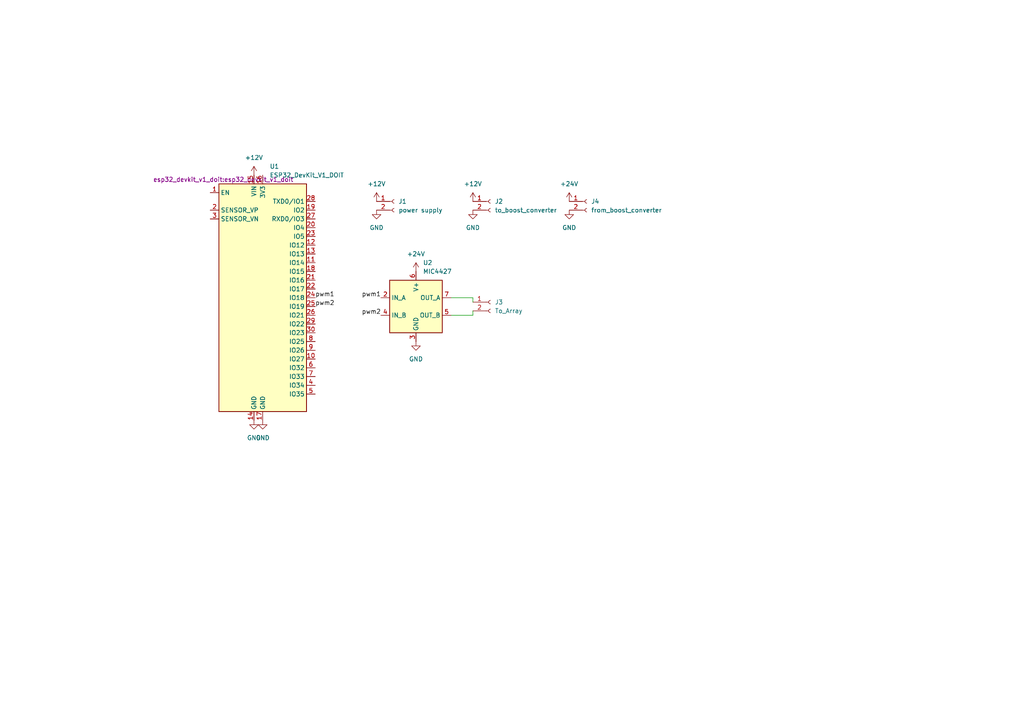
<source format=kicad_sch>
(kicad_sch (version 20211123) (generator eeschema)
  (paper "A4")
  (lib_symbols
    (symbol "Connector:Conn_01x02_Female" (pin_names (offset 1.016) hide)
      (property "Reference" "J" (at 0 2.54 0))
      (property "Value" "Conn_01x02_Female" (at 0 -5.08 0))
      (symbol "Conn_01x02_Female_1_1"
        (arc (start 0 -2.032) (mid -0.508 -2.54) (end 0 -3.048) (stroke (width 0.1524)))
        (polyline (pts (xy -1.27 -2.54) (xy -0.508 -2.54)) (stroke (width 0.1524)))
        (polyline (pts (xy -1.27 0) (xy -0.508 0)) (stroke (width 0.1524)))
        (arc (start 0 0.508) (mid -0.508 0) (end 0 -0.508) (stroke (width 0.1524)))
        (pin passive line (at -5.08 0 0) (length 3.81) (name "Pin_1") (number "1"))
        (pin passive line (at -5.08 -2.54 0) (length 3.81) (name "Pin_2") (number "2"))
      )
    )
    (symbol "Driver_FET:MIC4427"
      (property "Reference" "U" (at -7.62 8.89 0))
      (property "Value" "MIC4427" (at 1.27 8.89 0))
      (symbol "MIC4427_0_1"
        (rectangle (start -7.62 -7.62) (end 7.62 7.62) (stroke (width 0.254)) (fill (type background)))
      )
      (symbol "MIC4427_1_1"
        (pin no_connect line (at -7.62 0 0) (length 2.54) hide (name "NC") (number "1"))
        (pin input line (at -10.16 2.54 0) (length 2.54) (name "IN_A") (number "2"))
        (pin power_in line (at 0 -10.16 90) (length 2.54) (name "GND") (number "3"))
        (pin input line (at -10.16 -2.54 0) (length 2.54) (name "IN_B") (number "4"))
        (pin output line (at 10.16 -2.54 180) (length 2.54) (name "OUT_B") (number "5"))
        (pin power_in line (at 0 10.16 270) (length 2.54) (name "V+") (number "6"))
        (pin output line (at 10.16 2.54 180) (length 2.54) (name "OUT_A") (number "7"))
        (pin no_connect line (at 7.62 0 180) (length 2.54) hide (name "NC") (number "8"))
      )
    )
    (symbol "esp32_devkit_v1_doit:ESP32_DevKit_V1_DOIT"
      (property "Reference" "U" (at -11.43 34.29 0))
      (property "Value" "ESP32_DevKit_V1_DOIT" (at 11.43 34.29 0))
      (symbol "ESP32_DevKit_V1_DOIT_1_1"
        (rectangle (start -12.7 33.02) (end 12.7 -33.02) (stroke (width 0.254)) (fill (type background)))
        (pin input line (at -15.24 30.48 0) (length 2.54) (name "EN") (number "1"))
        (pin bidirectional line (at 15.24 -17.78 180) (length 2.54) (name "IO27") (number "10"))
        (pin bidirectional line (at 15.24 10.16 180) (length 2.54) (name "IO14") (number "11"))
        (pin bidirectional line (at 15.24 15.24 180) (length 2.54) (name "IO12") (number "12"))
        (pin bidirectional line (at 15.24 12.7 180) (length 2.54) (name "IO13") (number "13"))
        (pin power_in line (at -2.54 -35.56 90) (length 2.54) (name "GND") (number "14"))
        (pin power_in line (at -2.54 35.56 270) (length 2.54) (name "VIN") (number "15"))
        (pin power_in line (at 0 35.56 270) (length 2.54) (name "3V3") (number "16"))
        (pin power_in line (at 0 -35.56 90) (length 2.54) (name "GND") (number "17"))
        (pin bidirectional line (at 15.24 7.62 180) (length 2.54) (name "IO15") (number "18"))
        (pin bidirectional line (at 15.24 25.4 180) (length 2.54) (name "IO2") (number "19"))
        (pin input line (at -15.24 25.4 0) (length 2.54) (name "SENSOR_VP") (number "2"))
        (pin bidirectional line (at 15.24 20.32 180) (length 2.54) (name "IO4") (number "20"))
        (pin bidirectional line (at 15.24 5.08 180) (length 2.54) (name "IO16") (number "21"))
        (pin bidirectional line (at 15.24 2.54 180) (length 2.54) (name "IO17") (number "22"))
        (pin bidirectional line (at 15.24 17.78 180) (length 2.54) (name "IO5") (number "23"))
        (pin bidirectional line (at 15.24 0 180) (length 2.54) (name "IO18") (number "24"))
        (pin bidirectional line (at 15.24 -2.54 180) (length 2.54) (name "IO19") (number "25"))
        (pin bidirectional line (at 15.24 -5.08 180) (length 2.54) (name "IO21") (number "26"))
        (pin bidirectional line (at 15.24 22.86 180) (length 2.54) (name "RXD0/IO3") (number "27"))
        (pin bidirectional line (at 15.24 27.94 180) (length 2.54) (name "TXD0/IO1") (number "28"))
        (pin bidirectional line (at 15.24 -7.62 180) (length 2.54) (name "IO22") (number "29"))
        (pin input line (at -15.24 22.86 0) (length 2.54) (name "SENSOR_VN") (number "3"))
        (pin bidirectional line (at 15.24 -10.16 180) (length 2.54) (name "IO23") (number "30"))
        (pin input line (at 15.24 -25.4 180) (length 2.54) (name "IO34") (number "4"))
        (pin input line (at 15.24 -27.94 180) (length 2.54) (name "IO35") (number "5"))
        (pin bidirectional line (at 15.24 -20.32 180) (length 2.54) (name "IO32") (number "6"))
        (pin bidirectional line (at 15.24 -22.86 180) (length 2.54) (name "IO33") (number "7"))
        (pin bidirectional line (at 15.24 -12.7 180) (length 2.54) (name "IO25") (number "8"))
        (pin bidirectional line (at 15.24 -15.24 180) (length 2.54) (name "IO26") (number "9"))
      )
    )
    (symbol "power:+12V" (power) (pin_names (offset 0))
      (property "Value" "+12V" (at 0 3.556 0))
      (symbol "+12V_0_1"
        (polyline (pts (xy -0.762 1.27) (xy 0 2.54)))
        (polyline (pts (xy 0 0) (xy 0 2.54)))
        (polyline (pts (xy 0 2.54) (xy 0.762 1.27)))
      )
      (symbol "+12V_1_1"
        (pin power_in line (at 0 0 90) (length 0) hide (name "+12V") (number "1"))
      )
    )
    (symbol "power:+24V" (power) (pin_names (offset 0))
      (property "Value" "+24V" (at 0 3.556 0))
      (symbol "+24V_0_1"
        (polyline (pts (xy -0.762 1.27) (xy 0 2.54)))
        (polyline (pts (xy 0 0) (xy 0 2.54)))
        (polyline (pts (xy 0 2.54) (xy 0.762 1.27)))
      )
      (symbol "+24V_1_1"
        (pin power_in line (at 0 0 90) (length 0) hide (name "+24V") (number "1"))
      )
    )
    (symbol "power:GND" (power) (pin_names (offset 0))
      (property "Value" "GND" (at 0 -3.81 0))
      (symbol "GND_0_1"
        (polyline (pts (xy 0 0) (xy 0 -1.27) (xy 1.27 -1.27) (xy 0 -2.54) (xy -1.27 -1.27) (xy 0 -1.27)))
      )
      (symbol "GND_1_1"
        (pin power_in line (at 0 0 270) (length 0) hide (name "GND") (number "1"))
      )
    )
  )
  (wire (pts (xy 130.81 86.36) (xy 137.16 86.36)))
  (wire (pts (xy 137.16 86.36) (xy 137.16 87.63)))
  (wire (pts (xy 130.81 91.44) (xy 137.16 91.44)))
  (wire (pts (xy 137.16 91.44) (xy 137.16 90.17)))
  (label "pwm1" (at 110.49 86.36 180))
  (label "pwm2" (at 110.49 91.44 180))
  (label "pwm1" (at 91.44 86.36 0))
  (label "pwm2" (at 91.44 88.9 0))
  (symbol (lib_id "Connector:Conn_01x02_Female") (at 142.24 87.63 0) (unit 1)
    (property "Reference" "J3" (at 143.51 87.6299 0) (effects (justify left)))
    (property "Value" "To_Array" (at 143.51 90.1699 0) (effects (justify left)))
    (property "Footprint" "librarie:TerminalBlock_Phoenix_MKDS-1,5-2_1x02_P5.00mm_Horizontal" (effects hide))
  )
  (symbol (lib_id "esp32_devkit_v1_doit:ESP32_DevKit_V1_DOIT") (at 76.2 86.36 0) (unit 1)
    (property "Reference" "U1" (at 78.2194 48.26 0) (effects (justify left)))
    (property "Value" "ESP32_DevKit_V1_DOIT" (at 78.2194 50.8 0) (effects (justify left)))
    (property "Footprint" "esp32_devkit_v1_doit:esp32_devkit_v1_doit" (at 64.77 52.07 0))
    (property "Datasheet" "https://aliexpress.com/item/32864722159.html" (effects hide))
  )
  (symbol (lib_id "Connector:Conn_01x02_Female") (at 170.18 58.42 0) (unit 1)
    (property "Reference" "J4" (at 171.45 58.4199 0) (effects (justify left)))
    (property "Value" "from_boost_converter" (at 171.45 60.9599 0) (effects (justify left)))
    (property "Footprint" "librarie:TerminalBlock_Phoenix_MKDS-1,5-2_1x02_P5.00mm_Horizontal" (effects hide))
  )
  (symbol (lib_id "power:+24V") (at 120.65 78.74 0) (unit 1)
    (property "Reference" "#PWR06" (effects hide))
    (property "Value" "+24V" (at 120.65 73.66 0))
  )
  (symbol (lib_id "power:GND") (at 165.1 60.96 0) (unit 1)
    (property "Reference" "#PWR011" (effects hide))
    (property "Value" "GND" (at 165.1 66.04 0))
  )
  (symbol (lib_id "Connector:Conn_01x02_Female") (at 142.24 58.42 0) (unit 1)
    (property "Reference" "J2" (at 143.51 58.4199 0) (effects (justify left)))
    (property "Value" "to_boost_converter" (at 143.51 60.9599 0) (effects (justify left)))
    (property "Footprint" "librarie:TerminalBlock_Phoenix_MKDS-1,5-2_1x02_P5.00mm_Horizontal" (effects hide))
  )
  (symbol (lib_id "power:+24V") (at 165.1 58.42 0) (unit 1)
    (property "Reference" "#PWR010" (effects hide))
    (property "Value" "+24V" (at 165.1 53.34 0))
  )
  (symbol (lib_id "power:+12V") (at 73.66 50.8 0) (unit 1)
    (property "Reference" "#PWR01" (effects hide))
    (property "Value" "+12V" (at 73.66 45.72 0))
  )
  (symbol (lib_id "power:GND") (at 109.22 60.96 0) (unit 1)
    (property "Reference" "#PWR05" (effects hide))
    (property "Value" "GND" (at 109.22 66.04 0))
  )
  (symbol (lib_id "power:GND") (at 73.66 121.92 0) (unit 1)
    (property "Reference" "#PWR02" (effects hide))
    (property "Value" "GND" (at 73.66 127 0))
  )
  (symbol (lib_id "power:GND") (at 137.16 60.96 0) (unit 1)
    (property "Reference" "#PWR09" (effects hide))
    (property "Value" "GND" (at 137.16 66.04 0))
  )
  (symbol (lib_id "power:GND") (at 76.2 121.92 0) (unit 1)
    (property "Reference" "#PWR03" (effects hide))
    (property "Value" "GND" (at 76.2 127 0))
  )
  (symbol (lib_id "power:+12V") (at 109.22 58.42 0) (unit 1)
    (property "Reference" "#PWR04" (effects hide))
    (property "Value" "+12V" (at 109.22 53.34 0))
  )
  (symbol (lib_id "Connector:Conn_01x02_Female") (at 114.3 58.42 0) (unit 1)
    (property "Reference" "J1" (at 115.57 58.4199 0) (effects (justify left)))
    (property "Value" "power supply" (at 115.57 60.9599 0) (effects (justify left)))
    (property "Footprint" "librarie:TerminalBlock_Phoenix_MKDS-1,5-2_1x02_P5.00mm_Horizontal" (effects hide))
  )
  (symbol (lib_id "Driver_FET:MIC4427") (at 120.65 88.9 0) (unit 1)
    (property "Reference" "U2" (at 122.6694 76.2 0) (effects (justify left)))
    (property "Value" "MIC4427" (at 122.6694 78.74 0) (effects (justify left)))
    (property "Footprint" "librarie:Fet_driver_SOIC-8-1EP_3.9x4.9mm_P1.27mm_EP2.29x3mm" (effects hide))
    (property "Datasheet" "http://ww1.microchip.com/downloads/en/DeviceDoc/mic4426.pdf" (effects hide))
  )
  (symbol (lib_id "power:+12V") (at 137.16 58.42 0) (unit 1)
    (property "Reference" "#PWR08" (effects hide))
    (property "Value" "+12V" (at 137.16 53.34 0))
  )
  (symbol (lib_id "power:GND") (at 120.65 99.06 0) (unit 1)
    (property "Reference" "#PWR07" (effects hide))
    (property "Value" "GND" (at 120.65 104.14 0))
  )
)
</source>
